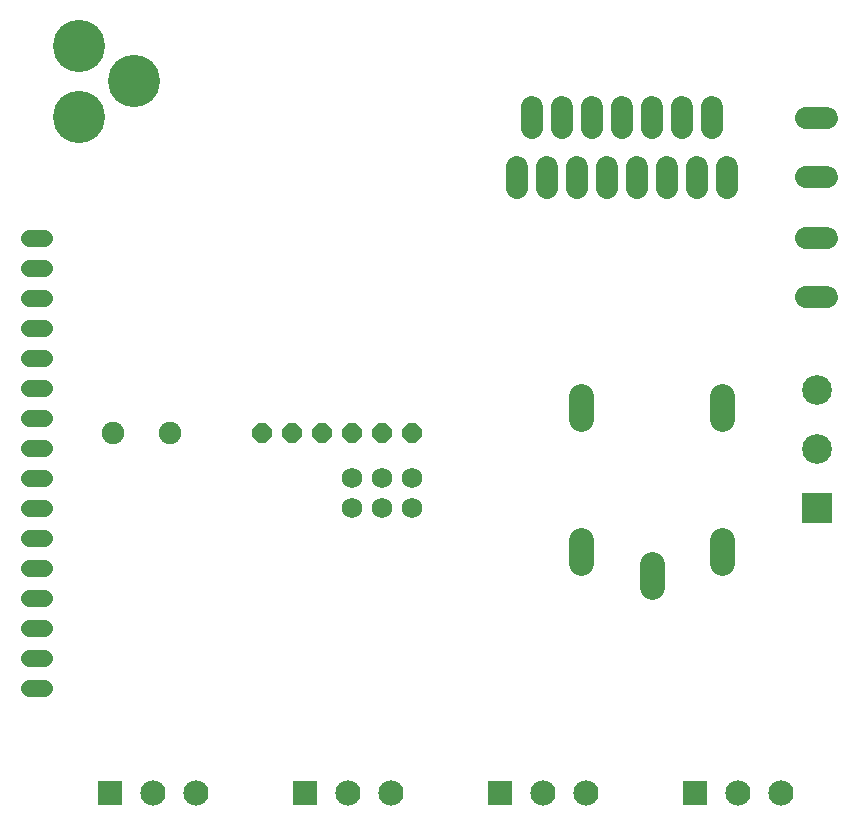
<source format=gbs>
G75*
%MOIN*%
%OFA0B0*%
%FSLAX25Y25*%
%IPPOS*%
%LPD*%
%AMOC8*
5,1,8,0,0,1.08239X$1,22.5*
%
%ADD10OC8,0.06400*%
%ADD11C,0.07487*%
%ADD12C,0.06800*%
%ADD13C,0.17400*%
%ADD14R,0.09900X0.09900*%
%ADD15C,0.09900*%
%ADD16C,0.07450*%
%ADD17C,0.07487*%
%ADD18C,0.08200*%
%ADD19R,0.08400X0.08400*%
%ADD20C,0.08400*%
%ADD21C,0.05600*%
D10*
X0089167Y0136800D03*
X0099167Y0136800D03*
X0109167Y0136800D03*
X0119167Y0136800D03*
X0129167Y0136800D03*
X0139167Y0136800D03*
D11*
X0174167Y0218257D02*
X0174167Y0225343D01*
X0184167Y0225343D02*
X0184167Y0218257D01*
X0194167Y0218257D02*
X0194167Y0225343D01*
X0204167Y0225343D02*
X0204167Y0218257D01*
X0214167Y0218257D02*
X0214167Y0225343D01*
X0224167Y0225343D02*
X0224167Y0218257D01*
X0234167Y0218257D02*
X0234167Y0225343D01*
X0244167Y0225343D02*
X0244167Y0218257D01*
X0239167Y0238257D02*
X0239167Y0245343D01*
X0229167Y0245343D02*
X0229167Y0238257D01*
X0219167Y0238257D02*
X0219167Y0245343D01*
X0209167Y0245343D02*
X0209167Y0238257D01*
X0199167Y0238257D02*
X0199167Y0245343D01*
X0189167Y0245343D02*
X0189167Y0238257D01*
X0179167Y0238257D02*
X0179167Y0245343D01*
D12*
X0139167Y0121800D03*
X0139167Y0111800D03*
X0129167Y0111800D03*
X0129167Y0121800D03*
X0119167Y0121800D03*
X0119167Y0111800D03*
D13*
X0028167Y0242115D03*
X0046671Y0253926D03*
X0028167Y0265737D03*
D14*
X0274167Y0111800D03*
D15*
X0274167Y0131485D03*
X0274167Y0151170D03*
D16*
X0277692Y0181957D02*
X0270642Y0181957D01*
X0270642Y0201643D02*
X0277692Y0201643D01*
X0277692Y0221957D02*
X0270642Y0221957D01*
X0270642Y0241643D02*
X0277692Y0241643D01*
D17*
X0058667Y0136800D03*
X0039667Y0136800D03*
D18*
X0195667Y0141400D02*
X0195667Y0149200D01*
X0242667Y0149200D02*
X0242667Y0141400D01*
X0242667Y0101200D02*
X0242667Y0093400D01*
X0219167Y0093200D02*
X0219167Y0085400D01*
X0195667Y0093400D02*
X0195667Y0101200D01*
D19*
X0038467Y0016800D03*
X0103467Y0016800D03*
X0168467Y0016800D03*
X0233467Y0016800D03*
D20*
X0247946Y0016800D03*
X0262426Y0016800D03*
X0197426Y0016800D03*
X0182946Y0016800D03*
X0132426Y0016800D03*
X0117946Y0016800D03*
X0067426Y0016800D03*
X0052946Y0016800D03*
D21*
X0016767Y0051800D02*
X0011567Y0051800D01*
X0011567Y0061800D02*
X0016767Y0061800D01*
X0016767Y0071800D02*
X0011567Y0071800D01*
X0011567Y0081800D02*
X0016767Y0081800D01*
X0016767Y0091800D02*
X0011567Y0091800D01*
X0011567Y0101800D02*
X0016767Y0101800D01*
X0016767Y0111800D02*
X0011567Y0111800D01*
X0011567Y0121800D02*
X0016767Y0121800D01*
X0016767Y0131800D02*
X0011567Y0131800D01*
X0011567Y0141800D02*
X0016767Y0141800D01*
X0016767Y0151800D02*
X0011567Y0151800D01*
X0011567Y0161800D02*
X0016767Y0161800D01*
X0016767Y0171800D02*
X0011567Y0171800D01*
X0011567Y0181800D02*
X0016767Y0181800D01*
X0016767Y0191800D02*
X0011567Y0191800D01*
X0011567Y0201800D02*
X0016767Y0201800D01*
M02*

</source>
